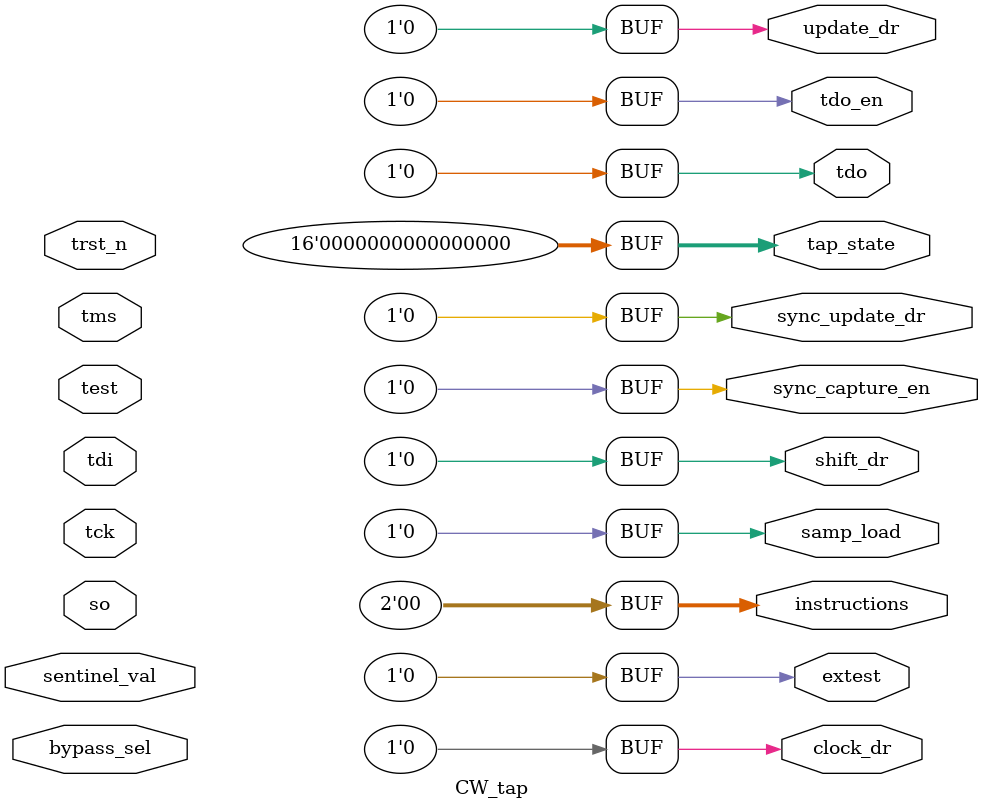
<source format=v>
module CW_tap ( 
                tck, 
                trst_n, 
                tms, 
                tdi, 
                so, 
                bypass_sel, 
                sentinel_val, 
                clock_dr, 
                shift_dr,
                update_dr,
                tdo,
                tdo_en,
                tap_state,
                extest, 
                samp_load, 
                instructions, 
                sync_capture_en, 
                sync_update_dr,
                test
               );
   
//----------------------------------------------------------------------
// parameters declaration
//----------------------------------------------------------------------
   parameter width     = 2;
   parameter id        = 0;
   parameter version   = 0;
   parameter part      = 0;
   parameter man_num   = 0;
   parameter sync_mode = 0;
   

   parameter RESET      = 0;
   parameter IDLE       = 1;
   parameter SEL_DR_SC  = 2;
   parameter CAPTURE_DR = 3;
   parameter SHIFT_DR   = 4;
   parameter EXIT1_DR   = 5;
   parameter PAUSE_DR   = 6;
   parameter EXIT2_DR   = 7;
   parameter UPDATE_DR  = 8;
   parameter SEL_IR_SC  = 9;
   parameter CAPTURE_IR = 10;
   parameter SHIFT_IR   = 11;
   parameter EXIT1_IR   = 12;
   parameter PAUSE_IR   = 13;
   parameter EXIT2_IR   = 14;
   parameter UPDATE_IR  = 15;


   parameter RESET_STATE      = 16'b0000000000000001;
   parameter IDLE_STATE       = 16'b0000000000000010;
   parameter SEL_DR_SC_STATE  = 16'b0000000000000100;
   parameter CAPTURE_DR_STATE = 16'b0000000000001000;
   parameter SHIFT_DR_STATE   = 16'b0000000000010000;
   parameter EXIT1_DR_STATE   = 16'b0000000000100000;
   parameter PAUSE_DR_STATE   = 16'b0000000001000000;
   parameter EXIT2_DR_STATE   = 16'b0000000010000000;
   parameter UPDATE_DR_STATE  = 16'b0000000100000000;
   parameter SEL_IR_SC_STATE  = 16'b0000001000000000;
   parameter CAPTURE_IR_STATE = 16'b0000010000000000;
   parameter SHIFT_IR_STATE   = 16'b0000100000000000;
   parameter EXIT1_IR_STATE   = 16'b0001000000000000;
   parameter PAUSE_IR_STATE   = 16'b0010000000000000;
   parameter EXIT2_IR_STATE   = 16'b0100000000000000;
   parameter UPDATE_IR_STATE  = 16'b1000000000000000; 

//----------------------------------------------------------------------
// input declaration
//----------------------------------------------------------------------
   input                 tck;
   input                 trst_n;
   input                 tms;
   input                 tdi;
   input                 so;
   input                 bypass_sel;
   input [(width - 2):0] sentinel_val;
   input                 test;

//----------------------------------------------------------------------
// output declaration
//----------------------------------------------------------------------
   output                 clock_dr;
   output                 shift_dr;
   output                 update_dr;
   output                 tdo;
   output                 tdo_en;
   output [15:0]          tap_state;
   output                 extest;
   output                 samp_load;
   output [(width - 1):0] instructions;
   output                 sync_capture_en;
   output                 sync_update_dr;
 
   assign clock_dr = 0;
   assign shift_dr = 0;
   assign update_dr = 0;
   assign tdo = 0;
   assign tdo_en = 0;
   assign tap_state = 0;
   assign extest = 0;
   assign samp_load = 0;
   assign instructions = 0;
   assign sync_capture_en = 0;
   assign sync_update_dr = 0;
endmodule // CW_tap

</source>
